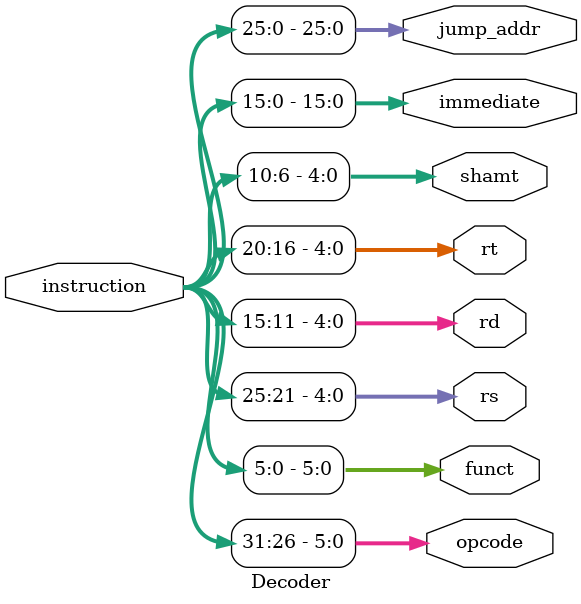
<source format=v>
module Decoder(
    input [31:0] instruction,
    output reg [5:0] opcode,funct,
    output reg [4:0] rs,rd,rt,shamt,
    output reg [15:0] immediate,
    output reg [25:0] jump_addr
);
    
    always @(*) begin
        opcode = instruction[31:26];
        funct = instruction[5:0];
        rs = instruction[25:21];
        rt = instruction[20:16];
        rd = instruction[15:11];
        shamt = instruction[10:6];
        immediate = instruction[15:0];
        jump_addr = instruction[25:0];
    end
endmodule

</source>
